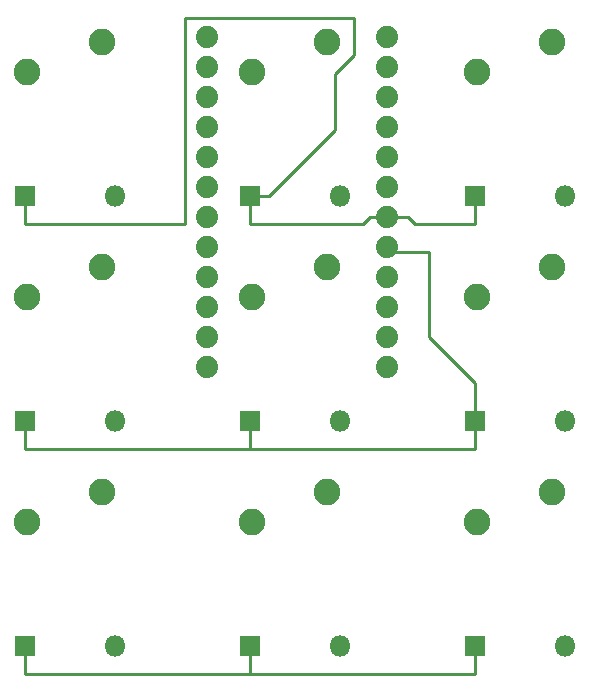
<source format=gbl>
%TF.GenerationSoftware,KiCad,Pcbnew,(5.1.6)-1*%
%TF.CreationDate,2020-10-02T01:53:22-06:00*%
%TF.ProjectId,macropad_3x3,6d616372-6f70-4616-945f-3378332e6b69,rev?*%
%TF.SameCoordinates,Original*%
%TF.FileFunction,Copper,L2,Bot*%
%TF.FilePolarity,Positive*%
%FSLAX46Y46*%
G04 Gerber Fmt 4.6, Leading zero omitted, Abs format (unit mm)*
G04 Created by KiCad (PCBNEW (5.1.6)-1) date 2020-10-02 01:53:22*
%MOMM*%
%LPD*%
G01*
G04 APERTURE LIST*
%TA.AperFunction,ComponentPad*%
%ADD10O,1.800000X1.800000*%
%TD*%
%TA.AperFunction,ComponentPad*%
%ADD11R,1.800000X1.800000*%
%TD*%
%TA.AperFunction,ComponentPad*%
%ADD12C,2.250000*%
%TD*%
%TA.AperFunction,ComponentPad*%
%ADD13C,1.879600*%
%TD*%
%TA.AperFunction,Conductor*%
%ADD14C,0.250000*%
%TD*%
G04 APERTURE END LIST*
D10*
%TO.P,D9,2*%
%TO.N,Net-(D9-Pad2)*%
X73501250Y-77787500D03*
D11*
%TO.P,D9,1*%
%TO.N,row3*%
X65881250Y-77787500D03*
%TD*%
D10*
%TO.P,D8,2*%
%TO.N,Net-(D8-Pad2)*%
X73501250Y-58737500D03*
D11*
%TO.P,D8,1*%
%TO.N,row2*%
X65881250Y-58737500D03*
%TD*%
D10*
%TO.P,D7,2*%
%TO.N,Net-(D7-Pad2)*%
X73501250Y-39687500D03*
D11*
%TO.P,D7,1*%
%TO.N,row1*%
X65881250Y-39687500D03*
%TD*%
D10*
%TO.P,D6,2*%
%TO.N,Net-(D6-Pad2)*%
X54451250Y-77787500D03*
D11*
%TO.P,D6,1*%
%TO.N,row3*%
X46831250Y-77787500D03*
%TD*%
D10*
%TO.P,D5,2*%
%TO.N,Net-(D5-Pad2)*%
X54451250Y-58737500D03*
D11*
%TO.P,D5,1*%
%TO.N,row2*%
X46831250Y-58737500D03*
%TD*%
D10*
%TO.P,D4,2*%
%TO.N,Net-(D4-Pad2)*%
X54451250Y-39687500D03*
D11*
%TO.P,D4,1*%
%TO.N,row1*%
X46831250Y-39687500D03*
%TD*%
D10*
%TO.P,D3,2*%
%TO.N,Net-(D3-Pad2)*%
X35401250Y-77787500D03*
D11*
%TO.P,D3,1*%
%TO.N,row3*%
X27781250Y-77787500D03*
%TD*%
D10*
%TO.P,D2,2*%
%TO.N,Net-(D2-Pad2)*%
X35401250Y-58737500D03*
D11*
%TO.P,D2,1*%
%TO.N,row2*%
X27781250Y-58737500D03*
%TD*%
D10*
%TO.P,D1,2*%
%TO.N,Net-(D1-Pad2)*%
X35401250Y-39687500D03*
D11*
%TO.P,D1,1*%
%TO.N,row1*%
X27781250Y-39687500D03*
%TD*%
D12*
%TO.P,MX9,1*%
%TO.N,col2*%
X66040000Y-67310000D03*
%TO.P,MX9,2*%
%TO.N,Net-(D9-Pad2)*%
X72390000Y-64770000D03*
%TD*%
%TO.P,MX8,1*%
%TO.N,col2*%
X66040000Y-48260000D03*
%TO.P,MX8,2*%
%TO.N,Net-(D8-Pad2)*%
X72390000Y-45720000D03*
%TD*%
%TO.P,MX7,1*%
%TO.N,col2*%
X66040000Y-29210000D03*
%TO.P,MX7,2*%
%TO.N,Net-(D7-Pad2)*%
X72390000Y-26670000D03*
%TD*%
%TO.P,MX6,1*%
%TO.N,col1*%
X46990000Y-67310000D03*
%TO.P,MX6,2*%
%TO.N,Net-(D6-Pad2)*%
X53340000Y-64770000D03*
%TD*%
%TO.P,MX5,1*%
%TO.N,col1*%
X46990000Y-48260000D03*
%TO.P,MX5,2*%
%TO.N,Net-(D5-Pad2)*%
X53340000Y-45720000D03*
%TD*%
%TO.P,MX4,1*%
%TO.N,col1*%
X46990000Y-29210000D03*
%TO.P,MX4,2*%
%TO.N,Net-(D4-Pad2)*%
X53340000Y-26670000D03*
%TD*%
%TO.P,MX3,1*%
%TO.N,col0*%
X27940000Y-67310000D03*
%TO.P,MX3,2*%
%TO.N,Net-(D3-Pad2)*%
X34290000Y-64770000D03*
%TD*%
%TO.P,MX2,1*%
%TO.N,col0*%
X27940000Y-48260000D03*
%TO.P,MX2,2*%
%TO.N,Net-(D2-Pad2)*%
X34290000Y-45720000D03*
%TD*%
%TO.P,MX1,1*%
%TO.N,col0*%
X27940000Y-29210000D03*
%TO.P,MX1,2*%
%TO.N,Net-(D1-Pad2)*%
X34290000Y-26670000D03*
%TD*%
D13*
%TO.P,B1,1*%
%TO.N,TX0*%
X58420000Y-26193750D03*
%TO.P,B1,2*%
%TO.N,Net-(B1-Pad2)*%
X58420000Y-28733750D03*
%TO.P,B1,3*%
%TO.N,Net-(B1-Pad3)*%
X58420000Y-31273750D03*
%TO.P,B1,4*%
%TO.N,Net-(B1-Pad4)*%
X58420000Y-33813750D03*
%TO.P,B1,5*%
%TO.N,row0*%
X58420000Y-36353750D03*
%TO.P,B1,6*%
%TO.N,Net-(B1-Pad6)*%
X58420000Y-38893750D03*
%TO.P,B1,7*%
%TO.N,row1*%
X58420000Y-41433750D03*
%TO.P,B1,8*%
%TO.N,row2*%
X58420000Y-43973750D03*
%TO.P,B1,9*%
%TO.N,row3*%
X58420000Y-46513750D03*
%TO.P,B1,10*%
%TO.N,row4*%
X58420000Y-49053750D03*
%TO.P,B1,11*%
%TO.N,Net-(B1-Pad11)*%
X58420000Y-51593750D03*
%TO.P,B1,12*%
%TO.N,Net-(B1-Pad12)*%
X58420000Y-54133750D03*
%TO.P,B1,13*%
%TO.N,Net-(B1-Pad13)*%
X43180000Y-54133750D03*
%TO.P,B1,14*%
%TO.N,Net-(B1-Pad14)*%
X43180000Y-51593750D03*
%TO.P,B1,15*%
%TO.N,col1*%
X43180000Y-49053750D03*
%TO.P,B1,16*%
%TO.N,col0*%
X43180000Y-46513750D03*
%TO.P,B1,17*%
%TO.N,Net-(B1-Pad17)*%
X43180000Y-43973750D03*
%TO.P,B1,18*%
%TO.N,col2*%
X43180000Y-41433750D03*
%TO.P,B1,19*%
%TO.N,Net-(B1-Pad19)*%
X43180000Y-38893750D03*
%TO.P,B1,20*%
%TO.N,col3*%
X43180000Y-36353750D03*
%TO.P,B1,21*%
%TO.N,Net-(B1-Pad21)*%
X43180000Y-33813750D03*
%TO.P,B1,22*%
%TO.N,Net-(B1-Pad22)*%
X43180000Y-31273750D03*
%TO.P,B1,23*%
%TO.N,Net-(B1-Pad23)*%
X43180000Y-28733750D03*
%TO.P,B1,24*%
%TO.N,RAW*%
X43180000Y-26193750D03*
%TD*%
D14*
%TO.N,col2*%
X66040000Y-67310000D02*
X65246250Y-67310000D01*
%TO.N,col0*%
X42386250Y-46513750D02*
X43180000Y-46513750D01*
%TO.N,row3*%
X58896250Y-46037500D02*
X58420000Y-46513750D01*
X65881250Y-80168750D02*
X65881250Y-77787500D01*
X46831250Y-80168750D02*
X46831250Y-77787500D01*
X46831250Y-80168750D02*
X65881250Y-80168750D01*
X27781250Y-80168750D02*
X46831250Y-80168750D01*
X27781250Y-77787500D02*
X27781250Y-80168750D01*
%TO.N,row2*%
X65881250Y-61118750D02*
X65881250Y-58737500D01*
X46831250Y-61118750D02*
X65881250Y-61118750D01*
X46831250Y-61118750D02*
X46831250Y-58737500D01*
X27781250Y-58737500D02*
X27781250Y-61118750D01*
X27781250Y-61118750D02*
X29368750Y-61118750D01*
X29368750Y-61118750D02*
X46831250Y-61118750D01*
X65881250Y-58737500D02*
X65881250Y-55562500D01*
X65881250Y-55562500D02*
X61912500Y-51593750D01*
X61912500Y-51593750D02*
X61912500Y-44450000D01*
X58896250Y-44450000D02*
X58420000Y-43973750D01*
X61912500Y-44450000D02*
X58896250Y-44450000D01*
%TO.N,row1*%
X65881250Y-42068750D02*
X65881250Y-39687500D01*
X60801250Y-42068750D02*
X65881250Y-42068750D01*
X58420000Y-41433750D02*
X60166250Y-41433750D01*
X60166250Y-41433750D02*
X60801250Y-42068750D01*
X58420000Y-41433750D02*
X56991250Y-41433750D01*
X56991250Y-41433750D02*
X56356250Y-42068750D01*
X56356250Y-42068750D02*
X46831250Y-42068750D01*
X46831250Y-39687500D02*
X46831250Y-42068750D01*
X41275000Y-42068750D02*
X27781250Y-42068750D01*
X41275000Y-24606250D02*
X41275000Y-42068750D01*
X55562500Y-24606250D02*
X41275000Y-24606250D01*
X27781250Y-42068750D02*
X27781250Y-39687500D01*
X48418750Y-39687500D02*
X53975000Y-34131250D01*
X53975000Y-34131250D02*
X53975000Y-29368750D01*
X46831250Y-39687500D02*
X48418750Y-39687500D01*
X53975000Y-29368750D02*
X55562500Y-27781250D01*
X55562500Y-27781250D02*
X55562500Y-24606250D01*
%TD*%
M02*

</source>
